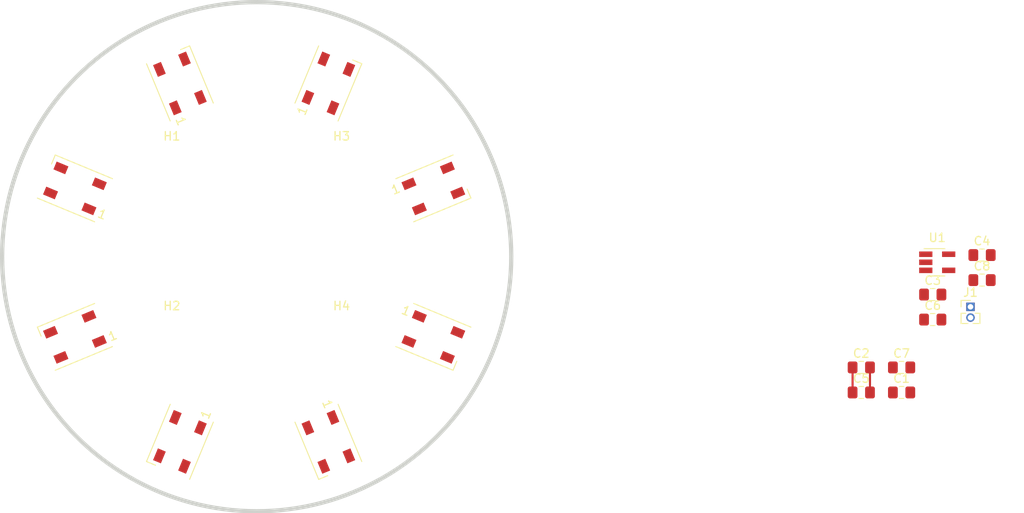
<source format=kicad_pcb>
(kicad_pcb (version 20171130) (host pcbnew 5.1.5-52549c5~84~ubuntu18.04.1)

  (general
    (thickness 1.6)
    (drawings 2)
    (tracks 3)
    (zones 0)
    (modules 22)
    (nets 13)
  )

  (page User 139.7 215.9)
  (layers
    (0 F.Cu signal)
    (31 B.Cu signal)
    (32 B.Adhes user)
    (33 F.Adhes user)
    (34 B.Paste user)
    (35 F.Paste user)
    (36 B.SilkS user)
    (37 F.SilkS user)
    (38 B.Mask user)
    (39 F.Mask user)
    (40 Dwgs.User user)
    (41 Cmts.User user)
    (42 Eco1.User user)
    (43 Eco2.User user)
    (44 Edge.Cuts user)
    (45 Margin user)
    (46 B.CrtYd user)
    (47 F.CrtYd user)
    (48 B.Fab user)
    (49 F.Fab user)
  )

  (setup
    (last_trace_width 0.25)
    (trace_clearance 0.2)
    (zone_clearance 0.508)
    (zone_45_only no)
    (trace_min 0.2)
    (via_size 0.8)
    (via_drill 0.4)
    (via_min_size 0.4)
    (via_min_drill 0.3)
    (uvia_size 0.3)
    (uvia_drill 0.1)
    (uvias_allowed no)
    (uvia_min_size 0.2)
    (uvia_min_drill 0.1)
    (edge_width 0.05)
    (segment_width 0.2)
    (pcb_text_width 0.3)
    (pcb_text_size 1.5 1.5)
    (mod_edge_width 0.12)
    (mod_text_size 1 1)
    (mod_text_width 0.15)
    (pad_size 1.524 1.524)
    (pad_drill 0.762)
    (pad_to_mask_clearance 0.051)
    (solder_mask_min_width 0.25)
    (aux_axis_origin 0 0)
    (visible_elements FFFFFF7F)
    (pcbplotparams
      (layerselection 0x010fc_ffffffff)
      (usegerberextensions false)
      (usegerberattributes false)
      (usegerberadvancedattributes false)
      (creategerberjobfile false)
      (excludeedgelayer true)
      (linewidth 0.100000)
      (plotframeref false)
      (viasonmask false)
      (mode 1)
      (useauxorigin false)
      (hpglpennumber 1)
      (hpglpenspeed 20)
      (hpglpendiameter 15.000000)
      (psnegative false)
      (psa4output false)
      (plotreference true)
      (plotvalue true)
      (plotinvisibletext false)
      (padsonsilk false)
      (subtractmaskfromsilk false)
      (outputformat 1)
      (mirror false)
      (drillshape 1)
      (scaleselection 1)
      (outputdirectory ""))
  )

  (net 0 "")
  (net 1 +5V)
  (net 2 GND)
  (net 3 "Net-(D1-Pad2)")
  (net 4 "Net-(D1-Pad4)")
  (net 5 "Net-(D2-Pad2)")
  (net 6 "Net-(D3-Pad2)")
  (net 7 "Net-(D4-Pad2)")
  (net 8 "Net-(D5-Pad2)")
  (net 9 "Net-(D6-Pad2)")
  (net 10 "Net-(D7-Pad2)")
  (net 11 "Net-(D8-Pad2)")
  (net 12 /ws2812.sch/WS2812_IN)

  (net_class Default "This is the default net class."
    (clearance 0.2)
    (trace_width 0.25)
    (via_dia 0.8)
    (via_drill 0.4)
    (uvia_dia 0.3)
    (uvia_drill 0.1)
    (add_net +5V)
    (add_net /ws2812.sch/WS2812_IN)
    (add_net GND)
    (add_net "Net-(D1-Pad2)")
    (add_net "Net-(D1-Pad4)")
    (add_net "Net-(D2-Pad2)")
    (add_net "Net-(D3-Pad2)")
    (add_net "Net-(D4-Pad2)")
    (add_net "Net-(D5-Pad2)")
    (add_net "Net-(D6-Pad2)")
    (add_net "Net-(D7-Pad2)")
    (add_net "Net-(D8-Pad2)")
  )

  (module Package_TO_SOT_SMD:SOT-23-5_HandSoldering (layer F.Cu) (tedit 5A0AB76C) (tstamp 5E1129CF)
    (at 150.2 60.66)
    (descr "5-pin SOT23 package")
    (tags "SOT-23-5 hand-soldering")
    (path /5E117B87/5CFAEDA6)
    (attr smd)
    (fp_text reference U1 (at 0 -2.9) (layer F.SilkS)
      (effects (font (size 1 1) (thickness 0.15)))
    )
    (fp_text value 74AHCT1G125 (at 0 2.9) (layer F.Fab)
      (effects (font (size 1 1) (thickness 0.15)))
    )
    (fp_line (start 2.38 1.8) (end -2.38 1.8) (layer F.CrtYd) (width 0.05))
    (fp_line (start 2.38 1.8) (end 2.38 -1.8) (layer F.CrtYd) (width 0.05))
    (fp_line (start -2.38 -1.8) (end -2.38 1.8) (layer F.CrtYd) (width 0.05))
    (fp_line (start -2.38 -1.8) (end 2.38 -1.8) (layer F.CrtYd) (width 0.05))
    (fp_line (start 0.9 -1.55) (end 0.9 1.55) (layer F.Fab) (width 0.1))
    (fp_line (start 0.9 1.55) (end -0.9 1.55) (layer F.Fab) (width 0.1))
    (fp_line (start -0.9 -0.9) (end -0.9 1.55) (layer F.Fab) (width 0.1))
    (fp_line (start 0.9 -1.55) (end -0.25 -1.55) (layer F.Fab) (width 0.1))
    (fp_line (start -0.9 -0.9) (end -0.25 -1.55) (layer F.Fab) (width 0.1))
    (fp_line (start 0.9 -1.61) (end -1.55 -1.61) (layer F.SilkS) (width 0.12))
    (fp_line (start -0.9 1.61) (end 0.9 1.61) (layer F.SilkS) (width 0.12))
    (fp_text user %R (at 0 0 90) (layer F.Fab)
      (effects (font (size 0.5 0.5) (thickness 0.075)))
    )
    (pad 5 smd rect (at 1.35 -0.95) (size 1.56 0.65) (layers F.Cu F.Paste F.Mask)
      (net 1 +5V))
    (pad 4 smd rect (at 1.35 0.95) (size 1.56 0.65) (layers F.Cu F.Paste F.Mask)
      (net 4 "Net-(D1-Pad4)"))
    (pad 3 smd rect (at -1.35 0.95) (size 1.56 0.65) (layers F.Cu F.Paste F.Mask)
      (net 2 GND))
    (pad 2 smd rect (at -1.35 0) (size 1.56 0.65) (layers F.Cu F.Paste F.Mask)
      (net 12 /ws2812.sch/WS2812_IN))
    (pad 1 smd rect (at -1.35 -0.95) (size 1.56 0.65) (layers F.Cu F.Paste F.Mask)
      (net 2 GND))
    (model ${KISYS3DMOD}/Package_TO_SOT_SMD.3dshapes/SOT-23-5.wrl
      (at (xyz 0 0 0))
      (scale (xyz 1 1 1))
      (rotate (xyz 0 0 0))
    )
  )

  (module Connector_PinHeader_1.27mm:PinHeader_1x02_P1.27mm_Vertical (layer F.Cu) (tedit 59FED6E3) (tstamp 5E1129BA)
    (at 154.12 65.91)
    (descr "Through hole straight pin header, 1x02, 1.27mm pitch, single row")
    (tags "Through hole pin header THT 1x02 1.27mm single row")
    (path /5E117B87/5CF256DE)
    (fp_text reference J1 (at 0 -1.695) (layer F.SilkS)
      (effects (font (size 1 1) (thickness 0.15)))
    )
    (fp_text value WS2812_HEADER (at 0 2.965) (layer F.Fab)
      (effects (font (size 1 1) (thickness 0.15)))
    )
    (fp_text user %R (at 0 0.635 90) (layer F.Fab)
      (effects (font (size 1 1) (thickness 0.15)))
    )
    (fp_line (start 1.55 -1.15) (end -1.55 -1.15) (layer F.CrtYd) (width 0.05))
    (fp_line (start 1.55 2.45) (end 1.55 -1.15) (layer F.CrtYd) (width 0.05))
    (fp_line (start -1.55 2.45) (end 1.55 2.45) (layer F.CrtYd) (width 0.05))
    (fp_line (start -1.55 -1.15) (end -1.55 2.45) (layer F.CrtYd) (width 0.05))
    (fp_line (start -1.11 -0.76) (end 0 -0.76) (layer F.SilkS) (width 0.12))
    (fp_line (start -1.11 0) (end -1.11 -0.76) (layer F.SilkS) (width 0.12))
    (fp_line (start 0.563471 0.76) (end 1.11 0.76) (layer F.SilkS) (width 0.12))
    (fp_line (start -1.11 0.76) (end -0.563471 0.76) (layer F.SilkS) (width 0.12))
    (fp_line (start 1.11 0.76) (end 1.11 1.965) (layer F.SilkS) (width 0.12))
    (fp_line (start -1.11 0.76) (end -1.11 1.965) (layer F.SilkS) (width 0.12))
    (fp_line (start 0.30753 1.965) (end 1.11 1.965) (layer F.SilkS) (width 0.12))
    (fp_line (start -1.11 1.965) (end -0.30753 1.965) (layer F.SilkS) (width 0.12))
    (fp_line (start -1.05 -0.11) (end -0.525 -0.635) (layer F.Fab) (width 0.1))
    (fp_line (start -1.05 1.905) (end -1.05 -0.11) (layer F.Fab) (width 0.1))
    (fp_line (start 1.05 1.905) (end -1.05 1.905) (layer F.Fab) (width 0.1))
    (fp_line (start 1.05 -0.635) (end 1.05 1.905) (layer F.Fab) (width 0.1))
    (fp_line (start -0.525 -0.635) (end 1.05 -0.635) (layer F.Fab) (width 0.1))
    (pad 2 thru_hole oval (at 0 1.27) (size 1 1) (drill 0.65) (layers *.Cu *.Mask)
      (net 12 /ws2812.sch/WS2812_IN))
    (pad 1 thru_hole rect (at 0 0) (size 1 1) (drill 0.65) (layers *.Cu *.Mask)
      (net 2 GND))
    (model ${KISYS3DMOD}/Connector_PinHeader_1.27mm.3dshapes/PinHeader_1x02_P1.27mm_Vertical.wrl
      (at (xyz 0 0 0))
      (scale (xyz 1 1 1))
      (rotate (xyz 0 0 0))
    )
  )

  (module LED_SMD:LED_WS2812B_PLCC4_5.0x5.0mm_P3.2mm (layer F.Cu) (tedit 5AA4B285) (tstamp 5E10C96F)
    (at 90.819886 51.951856 22.5)
    (descr https://cdn-shop.adafruit.com/datasheets/WS2812B.pdf)
    (tags "LED RGB NeoPixel")
    (path /5E117B87/5E10DD53)
    (attr smd)
    (fp_text reference D8 (at 0 -3.5 22.5) (layer F.SilkS) hide
      (effects (font (size 1 1) (thickness 0.15)))
    )
    (fp_text value WS2812B (at 0 4 22.5) (layer F.Fab)
      (effects (font (size 1 1) (thickness 0.15)))
    )
    (fp_circle (center 0 0) (end 0 -2) (layer F.Fab) (width 0.1))
    (fp_line (start 3.65 2.75) (end 3.65 1.6) (layer F.SilkS) (width 0.12))
    (fp_line (start -3.65 2.75) (end 3.65 2.75) (layer F.SilkS) (width 0.12))
    (fp_line (start -3.65 -2.75) (end 3.65 -2.75) (layer F.SilkS) (width 0.12))
    (fp_line (start 2.5 -2.5) (end -2.5 -2.5) (layer F.Fab) (width 0.1))
    (fp_line (start 2.5 2.5) (end 2.5 -2.5) (layer F.Fab) (width 0.1))
    (fp_line (start -2.5 2.5) (end 2.5 2.5) (layer F.Fab) (width 0.1))
    (fp_line (start -2.5 -2.5) (end -2.5 2.5) (layer F.Fab) (width 0.1))
    (fp_line (start 2.5 1.5) (end 1.5 2.5) (layer F.Fab) (width 0.1))
    (fp_line (start -3.45 -2.75) (end -3.45 2.75) (layer F.CrtYd) (width 0.05))
    (fp_line (start -3.45 2.75) (end 3.45 2.75) (layer F.CrtYd) (width 0.05))
    (fp_line (start 3.45 2.75) (end 3.45 -2.75) (layer F.CrtYd) (width 0.05))
    (fp_line (start 3.45 -2.75) (end -3.45 -2.75) (layer F.CrtYd) (width 0.05))
    (fp_text user %R (at 0 0 22.5) (layer F.Fab)
      (effects (font (size 0.8 0.8) (thickness 0.15)))
    )
    (fp_text user 1 (at -4.15 -1.6 22.5) (layer F.SilkS)
      (effects (font (size 1 1) (thickness 0.15)))
    )
    (pad 1 smd rect (at -2.45 -1.6 22.5) (size 1.5 1) (layers F.Cu F.Paste F.Mask)
      (net 1 +5V))
    (pad 2 smd rect (at -2.45 1.6 22.5) (size 1.5 1) (layers F.Cu F.Paste F.Mask)
      (net 11 "Net-(D8-Pad2)"))
    (pad 4 smd rect (at 2.45 -1.6 22.5) (size 1.5 1) (layers F.Cu F.Paste F.Mask)
      (net 10 "Net-(D7-Pad2)"))
    (pad 3 smd rect (at 2.45 1.6 22.5) (size 1.5 1) (layers F.Cu F.Paste F.Mask)
      (net 2 GND))
    (model ${KISYS3DMOD}/LED_SMD.3dshapes/LED_WS2812B_PLCC4_5.0x5.0mm_P3.2mm.wrl
      (at (xyz 0 0 0))
      (scale (xyz 1 1 1))
      (rotate (xyz 0 0 0))
    )
  )

  (module LED_SMD:LED_WS2812B_PLCC4_5.0x5.0mm_P3.2mm (layer F.Cu) (tedit 5AA4B285) (tstamp 5E10C92D)
    (at 78.448143 39.580114 67.5)
    (descr https://cdn-shop.adafruit.com/datasheets/WS2812B.pdf)
    (tags "LED RGB NeoPixel")
    (path /5E117B87/5E10DD49)
    (attr smd)
    (fp_text reference D7 (at 0 -3.5 67.5) (layer F.SilkS) hide
      (effects (font (size 1 1) (thickness 0.15)))
    )
    (fp_text value WS2812B (at 0 4 67.5) (layer F.Fab)
      (effects (font (size 1 1) (thickness 0.15)))
    )
    (fp_circle (center 0 0) (end 0 -2) (layer F.Fab) (width 0.1))
    (fp_line (start 3.65 2.75) (end 3.65 1.6) (layer F.SilkS) (width 0.12))
    (fp_line (start -3.65 2.75) (end 3.65 2.75) (layer F.SilkS) (width 0.12))
    (fp_line (start -3.65 -2.75) (end 3.65 -2.75) (layer F.SilkS) (width 0.12))
    (fp_line (start 2.5 -2.5) (end -2.5 -2.5) (layer F.Fab) (width 0.1))
    (fp_line (start 2.5 2.5) (end 2.5 -2.5) (layer F.Fab) (width 0.1))
    (fp_line (start -2.5 2.5) (end 2.5 2.5) (layer F.Fab) (width 0.1))
    (fp_line (start -2.5 -2.5) (end -2.5 2.5) (layer F.Fab) (width 0.1))
    (fp_line (start 2.5 1.5) (end 1.5 2.5) (layer F.Fab) (width 0.1))
    (fp_line (start -3.45 -2.75) (end -3.45 2.75) (layer F.CrtYd) (width 0.05))
    (fp_line (start -3.45 2.75) (end 3.45 2.75) (layer F.CrtYd) (width 0.05))
    (fp_line (start 3.45 2.75) (end 3.45 -2.75) (layer F.CrtYd) (width 0.05))
    (fp_line (start 3.45 -2.75) (end -3.45 -2.75) (layer F.CrtYd) (width 0.05))
    (fp_text user %R (at 0 0 67.5) (layer F.Fab)
      (effects (font (size 0.8 0.8) (thickness 0.15)))
    )
    (fp_text user 1 (at -4.15 -1.6 67.5) (layer F.SilkS)
      (effects (font (size 1 1) (thickness 0.15)))
    )
    (pad 1 smd rect (at -2.45 -1.6 67.5) (size 1.5 1) (layers F.Cu F.Paste F.Mask)
      (net 1 +5V))
    (pad 2 smd rect (at -2.45 1.6 67.5) (size 1.5 1) (layers F.Cu F.Paste F.Mask)
      (net 10 "Net-(D7-Pad2)"))
    (pad 4 smd rect (at 2.45 -1.6 67.5) (size 1.5 1) (layers F.Cu F.Paste F.Mask)
      (net 9 "Net-(D6-Pad2)"))
    (pad 3 smd rect (at 2.45 1.6 67.5) (size 1.5 1) (layers F.Cu F.Paste F.Mask)
      (net 2 GND))
    (model ${KISYS3DMOD}/LED_SMD.3dshapes/LED_WS2812B_PLCC4_5.0x5.0mm_P3.2mm.wrl
      (at (xyz 0 0 0))
      (scale (xyz 1 1 1))
      (rotate (xyz 0 0 0))
    )
  )

  (module LED_SMD:LED_WS2812B_PLCC4_5.0x5.0mm_P3.2mm (layer F.Cu) (tedit 5AA4B285) (tstamp 5E10C9F3)
    (at 60.951856 39.580114 112.5)
    (descr https://cdn-shop.adafruit.com/datasheets/WS2812B.pdf)
    (tags "LED RGB NeoPixel")
    (path /5E117B87/5E10DD3F)
    (attr smd)
    (fp_text reference D6 (at 0 -3.5 112.5) (layer F.SilkS) hide
      (effects (font (size 1 1) (thickness 0.15)))
    )
    (fp_text value WS2812B (at 0 4 112.5) (layer F.Fab)
      (effects (font (size 1 1) (thickness 0.15)))
    )
    (fp_circle (center 0 0) (end 0 -2) (layer F.Fab) (width 0.1))
    (fp_line (start 3.65 2.75) (end 3.65 1.6) (layer F.SilkS) (width 0.12))
    (fp_line (start -3.65 2.75) (end 3.65 2.75) (layer F.SilkS) (width 0.12))
    (fp_line (start -3.65 -2.75) (end 3.65 -2.75) (layer F.SilkS) (width 0.12))
    (fp_line (start 2.5 -2.5) (end -2.5 -2.5) (layer F.Fab) (width 0.1))
    (fp_line (start 2.5 2.5) (end 2.5 -2.5) (layer F.Fab) (width 0.1))
    (fp_line (start -2.5 2.5) (end 2.5 2.5) (layer F.Fab) (width 0.1))
    (fp_line (start -2.5 -2.5) (end -2.5 2.5) (layer F.Fab) (width 0.1))
    (fp_line (start 2.5 1.5) (end 1.5 2.5) (layer F.Fab) (width 0.1))
    (fp_line (start -3.45 -2.75) (end -3.45 2.75) (layer F.CrtYd) (width 0.05))
    (fp_line (start -3.45 2.75) (end 3.45 2.75) (layer F.CrtYd) (width 0.05))
    (fp_line (start 3.45 2.75) (end 3.45 -2.75) (layer F.CrtYd) (width 0.05))
    (fp_line (start 3.45 -2.75) (end -3.45 -2.75) (layer F.CrtYd) (width 0.05))
    (fp_text user %R (at 0 0 112.5) (layer F.Fab)
      (effects (font (size 0.8 0.8) (thickness 0.15)))
    )
    (fp_text user 1 (at -4.15 -1.6 112.5) (layer F.SilkS)
      (effects (font (size 1 1) (thickness 0.15)))
    )
    (pad 1 smd rect (at -2.45 -1.6 112.5) (size 1.5 1) (layers F.Cu F.Paste F.Mask)
      (net 1 +5V))
    (pad 2 smd rect (at -2.45 1.6 112.5) (size 1.5 1) (layers F.Cu F.Paste F.Mask)
      (net 9 "Net-(D6-Pad2)"))
    (pad 4 smd rect (at 2.45 -1.6 112.5) (size 1.5 1) (layers F.Cu F.Paste F.Mask)
      (net 8 "Net-(D5-Pad2)"))
    (pad 3 smd rect (at 2.45 1.6 112.5) (size 1.5 1) (layers F.Cu F.Paste F.Mask)
      (net 2 GND))
    (model ${KISYS3DMOD}/LED_SMD.3dshapes/LED_WS2812B_PLCC4_5.0x5.0mm_P3.2mm.wrl
      (at (xyz 0 0 0))
      (scale (xyz 1 1 1))
      (rotate (xyz 0 0 0))
    )
  )

  (module LED_SMD:LED_WS2812B_PLCC4_5.0x5.0mm_P3.2mm (layer F.Cu) (tedit 5AA4B285) (tstamp 5E10C9B1)
    (at 48.580114 51.951856 157.5)
    (descr https://cdn-shop.adafruit.com/datasheets/WS2812B.pdf)
    (tags "LED RGB NeoPixel")
    (path /5E117B87/5CF3D5CB)
    (attr smd)
    (fp_text reference D5 (at 0 -3.5 157.5) (layer F.SilkS) hide
      (effects (font (size 1 1) (thickness 0.15)))
    )
    (fp_text value WS2812B (at 0 4 157.5) (layer F.Fab)
      (effects (font (size 1 1) (thickness 0.15)))
    )
    (fp_circle (center 0 0) (end 0 -2) (layer F.Fab) (width 0.1))
    (fp_line (start 3.65 2.75) (end 3.65 1.6) (layer F.SilkS) (width 0.12))
    (fp_line (start -3.65 2.75) (end 3.65 2.75) (layer F.SilkS) (width 0.12))
    (fp_line (start -3.65 -2.75) (end 3.65 -2.75) (layer F.SilkS) (width 0.12))
    (fp_line (start 2.5 -2.5) (end -2.5 -2.5) (layer F.Fab) (width 0.1))
    (fp_line (start 2.5 2.5) (end 2.5 -2.5) (layer F.Fab) (width 0.1))
    (fp_line (start -2.5 2.5) (end 2.5 2.5) (layer F.Fab) (width 0.1))
    (fp_line (start -2.5 -2.5) (end -2.5 2.5) (layer F.Fab) (width 0.1))
    (fp_line (start 2.5 1.5) (end 1.5 2.5) (layer F.Fab) (width 0.1))
    (fp_line (start -3.45 -2.75) (end -3.45 2.75) (layer F.CrtYd) (width 0.05))
    (fp_line (start -3.45 2.75) (end 3.45 2.75) (layer F.CrtYd) (width 0.05))
    (fp_line (start 3.45 2.75) (end 3.45 -2.75) (layer F.CrtYd) (width 0.05))
    (fp_line (start 3.45 -2.75) (end -3.45 -2.75) (layer F.CrtYd) (width 0.05))
    (fp_text user %R (at 0 0 157.5) (layer F.Fab)
      (effects (font (size 0.8 0.8) (thickness 0.15)))
    )
    (fp_text user 1 (at -4.15 -1.6 157.5) (layer F.SilkS)
      (effects (font (size 1 1) (thickness 0.15)))
    )
    (pad 1 smd rect (at -2.45 -1.6 157.5) (size 1.5 1) (layers F.Cu F.Paste F.Mask)
      (net 1 +5V))
    (pad 2 smd rect (at -2.45 1.6 157.5) (size 1.5 1) (layers F.Cu F.Paste F.Mask)
      (net 8 "Net-(D5-Pad2)"))
    (pad 4 smd rect (at 2.45 -1.6 157.5) (size 1.5 1) (layers F.Cu F.Paste F.Mask)
      (net 7 "Net-(D4-Pad2)"))
    (pad 3 smd rect (at 2.45 1.6 157.5) (size 1.5 1) (layers F.Cu F.Paste F.Mask)
      (net 2 GND))
    (model ${KISYS3DMOD}/LED_SMD.3dshapes/LED_WS2812B_PLCC4_5.0x5.0mm_P3.2mm.wrl
      (at (xyz 0 0 0))
      (scale (xyz 1 1 1))
      (rotate (xyz 0 0 0))
    )
  )

  (module LED_SMD:LED_WS2812B_PLCC4_5.0x5.0mm_P3.2mm (layer F.Cu) (tedit 5AA4B285) (tstamp 5E10C8EB)
    (at 48.580114 69.448143 202.5)
    (descr https://cdn-shop.adafruit.com/datasheets/WS2812B.pdf)
    (tags "LED RGB NeoPixel")
    (path /5E117B87/5CF3D050)
    (attr smd)
    (fp_text reference D4 (at 0 -3.5 202.5) (layer F.SilkS) hide
      (effects (font (size 1 1) (thickness 0.15)))
    )
    (fp_text value WS2812B (at 0 4 202.5) (layer F.Fab)
      (effects (font (size 1 1) (thickness 0.15)))
    )
    (fp_circle (center 0 0) (end 0 -2) (layer F.Fab) (width 0.1))
    (fp_line (start 3.65 2.75) (end 3.65 1.6) (layer F.SilkS) (width 0.12))
    (fp_line (start -3.65 2.75) (end 3.65 2.75) (layer F.SilkS) (width 0.12))
    (fp_line (start -3.65 -2.75) (end 3.65 -2.75) (layer F.SilkS) (width 0.12))
    (fp_line (start 2.5 -2.5) (end -2.5 -2.5) (layer F.Fab) (width 0.1))
    (fp_line (start 2.5 2.5) (end 2.5 -2.5) (layer F.Fab) (width 0.1))
    (fp_line (start -2.5 2.5) (end 2.5 2.5) (layer F.Fab) (width 0.1))
    (fp_line (start -2.5 -2.5) (end -2.5 2.5) (layer F.Fab) (width 0.1))
    (fp_line (start 2.5 1.5) (end 1.5 2.5) (layer F.Fab) (width 0.1))
    (fp_line (start -3.45 -2.75) (end -3.45 2.75) (layer F.CrtYd) (width 0.05))
    (fp_line (start -3.45 2.75) (end 3.45 2.75) (layer F.CrtYd) (width 0.05))
    (fp_line (start 3.45 2.75) (end 3.45 -2.75) (layer F.CrtYd) (width 0.05))
    (fp_line (start 3.45 -2.75) (end -3.45 -2.75) (layer F.CrtYd) (width 0.05))
    (fp_text user %R (at 0 0 202.5) (layer F.Fab)
      (effects (font (size 0.8 0.8) (thickness 0.15)))
    )
    (fp_text user 1 (at -4.15 -1.6 202.5) (layer F.SilkS)
      (effects (font (size 1 1) (thickness 0.15)))
    )
    (pad 1 smd rect (at -2.45 -1.6 202.5) (size 1.5 1) (layers F.Cu F.Paste F.Mask)
      (net 1 +5V))
    (pad 2 smd rect (at -2.45 1.6 202.5) (size 1.5 1) (layers F.Cu F.Paste F.Mask)
      (net 7 "Net-(D4-Pad2)"))
    (pad 4 smd rect (at 2.45 -1.6 202.5) (size 1.5 1) (layers F.Cu F.Paste F.Mask)
      (net 6 "Net-(D3-Pad2)"))
    (pad 3 smd rect (at 2.45 1.6 202.5) (size 1.5 1) (layers F.Cu F.Paste F.Mask)
      (net 2 GND))
    (model ${KISYS3DMOD}/LED_SMD.3dshapes/LED_WS2812B_PLCC4_5.0x5.0mm_P3.2mm.wrl
      (at (xyz 0 0 0))
      (scale (xyz 1 1 1))
      (rotate (xyz 0 0 0))
    )
  )

  (module LED_SMD:LED_WS2812B_PLCC4_5.0x5.0mm_P3.2mm (layer F.Cu) (tedit 5AA4B285) (tstamp 5E10CAB9)
    (at 60.951856 81.819886 247.5)
    (descr https://cdn-shop.adafruit.com/datasheets/WS2812B.pdf)
    (tags "LED RGB NeoPixel")
    (path /5E117B87/5CF3CB01)
    (attr smd)
    (fp_text reference D3 (at 0 -3.5 247.5) (layer F.SilkS) hide
      (effects (font (size 1 1) (thickness 0.15)))
    )
    (fp_text value WS2812B (at 0 4 247.5) (layer F.Fab)
      (effects (font (size 1 1) (thickness 0.15)))
    )
    (fp_circle (center 0 0) (end 0 -2) (layer F.Fab) (width 0.1))
    (fp_line (start 3.65 2.75) (end 3.65 1.6) (layer F.SilkS) (width 0.12))
    (fp_line (start -3.65 2.75) (end 3.65 2.75) (layer F.SilkS) (width 0.12))
    (fp_line (start -3.65 -2.75) (end 3.65 -2.75) (layer F.SilkS) (width 0.12))
    (fp_line (start 2.5 -2.5) (end -2.5 -2.5) (layer F.Fab) (width 0.1))
    (fp_line (start 2.5 2.5) (end 2.5 -2.5) (layer F.Fab) (width 0.1))
    (fp_line (start -2.5 2.5) (end 2.5 2.5) (layer F.Fab) (width 0.1))
    (fp_line (start -2.5 -2.5) (end -2.5 2.5) (layer F.Fab) (width 0.1))
    (fp_line (start 2.5 1.5) (end 1.5 2.5) (layer F.Fab) (width 0.1))
    (fp_line (start -3.45 -2.75) (end -3.45 2.75) (layer F.CrtYd) (width 0.05))
    (fp_line (start -3.45 2.75) (end 3.45 2.75) (layer F.CrtYd) (width 0.05))
    (fp_line (start 3.45 2.75) (end 3.45 -2.75) (layer F.CrtYd) (width 0.05))
    (fp_line (start 3.45 -2.75) (end -3.45 -2.75) (layer F.CrtYd) (width 0.05))
    (fp_text user %R (at 0 0 247.5) (layer F.Fab)
      (effects (font (size 0.8 0.8) (thickness 0.15)))
    )
    (fp_text user 1 (at -4.15 -1.6 247.5) (layer F.SilkS)
      (effects (font (size 1 1) (thickness 0.15)))
    )
    (pad 1 smd rect (at -2.45 -1.6 247.5) (size 1.5 1) (layers F.Cu F.Paste F.Mask)
      (net 1 +5V))
    (pad 2 smd rect (at -2.45 1.6 247.5) (size 1.5 1) (layers F.Cu F.Paste F.Mask)
      (net 6 "Net-(D3-Pad2)"))
    (pad 4 smd rect (at 2.45 -1.6 247.5) (size 1.5 1) (layers F.Cu F.Paste F.Mask)
      (net 5 "Net-(D2-Pad2)"))
    (pad 3 smd rect (at 2.45 1.6 247.5) (size 1.5 1) (layers F.Cu F.Paste F.Mask)
      (net 2 GND))
    (model ${KISYS3DMOD}/LED_SMD.3dshapes/LED_WS2812B_PLCC4_5.0x5.0mm_P3.2mm.wrl
      (at (xyz 0 0 0))
      (scale (xyz 1 1 1))
      (rotate (xyz 0 0 0))
    )
  )

  (module LED_SMD:LED_WS2812B_PLCC4_5.0x5.0mm_P3.2mm (layer F.Cu) (tedit 5AA4B285) (tstamp 5E10CA35)
    (at 78.448143 81.819886 292.5)
    (descr https://cdn-shop.adafruit.com/datasheets/WS2812B.pdf)
    (tags "LED RGB NeoPixel")
    (path /5E117B87/5CF3C1DB)
    (attr smd)
    (fp_text reference D2 (at 0 -3.5 292.5) (layer F.SilkS) hide
      (effects (font (size 1 1) (thickness 0.15)))
    )
    (fp_text value WS2812B (at 0 4 292.5) (layer F.Fab)
      (effects (font (size 1 1) (thickness 0.15)))
    )
    (fp_circle (center 0 0) (end 0 -2) (layer F.Fab) (width 0.1))
    (fp_line (start 3.65 2.75) (end 3.65 1.6) (layer F.SilkS) (width 0.12))
    (fp_line (start -3.65 2.75) (end 3.65 2.75) (layer F.SilkS) (width 0.12))
    (fp_line (start -3.65 -2.75) (end 3.65 -2.75) (layer F.SilkS) (width 0.12))
    (fp_line (start 2.5 -2.5) (end -2.5 -2.5) (layer F.Fab) (width 0.1))
    (fp_line (start 2.5 2.5) (end 2.5 -2.5) (layer F.Fab) (width 0.1))
    (fp_line (start -2.5 2.5) (end 2.5 2.5) (layer F.Fab) (width 0.1))
    (fp_line (start -2.5 -2.5) (end -2.5 2.5) (layer F.Fab) (width 0.1))
    (fp_line (start 2.5 1.5) (end 1.5 2.5) (layer F.Fab) (width 0.1))
    (fp_line (start -3.45 -2.75) (end -3.45 2.75) (layer F.CrtYd) (width 0.05))
    (fp_line (start -3.45 2.75) (end 3.45 2.75) (layer F.CrtYd) (width 0.05))
    (fp_line (start 3.45 2.75) (end 3.45 -2.75) (layer F.CrtYd) (width 0.05))
    (fp_line (start 3.45 -2.75) (end -3.45 -2.75) (layer F.CrtYd) (width 0.05))
    (fp_text user %R (at 0 0 292.5) (layer F.Fab)
      (effects (font (size 0.8 0.8) (thickness 0.15)))
    )
    (fp_text user 1 (at -4.15 -1.6 292.5) (layer F.SilkS)
      (effects (font (size 1 1) (thickness 0.15)))
    )
    (pad 1 smd rect (at -2.45 -1.6 292.5) (size 1.5 1) (layers F.Cu F.Paste F.Mask)
      (net 1 +5V))
    (pad 2 smd rect (at -2.45 1.6 292.5) (size 1.5 1) (layers F.Cu F.Paste F.Mask)
      (net 5 "Net-(D2-Pad2)"))
    (pad 4 smd rect (at 2.45 -1.6 292.5) (size 1.5 1) (layers F.Cu F.Paste F.Mask)
      (net 3 "Net-(D1-Pad2)"))
    (pad 3 smd rect (at 2.45 1.6 292.5) (size 1.5 1) (layers F.Cu F.Paste F.Mask)
      (net 2 GND))
    (model ${KISYS3DMOD}/LED_SMD.3dshapes/LED_WS2812B_PLCC4_5.0x5.0mm_P3.2mm.wrl
      (at (xyz 0 0 0))
      (scale (xyz 1 1 1))
      (rotate (xyz 0 0 0))
    )
  )

  (module LED_SMD:LED_WS2812B_PLCC4_5.0x5.0mm_P3.2mm (layer F.Cu) (tedit 5AA4B285) (tstamp 5E10CA77)
    (at 90.819886 69.448143 337.5)
    (descr https://cdn-shop.adafruit.com/datasheets/WS2812B.pdf)
    (tags "LED RGB NeoPixel")
    (path /5E117B87/5CF3B1DC)
    (attr smd)
    (fp_text reference D1 (at 0 -3.5 337.5) (layer F.SilkS) hide
      (effects (font (size 1 1) (thickness 0.15)))
    )
    (fp_text value WS2812B (at 0 4 337.5) (layer F.Fab)
      (effects (font (size 1 1) (thickness 0.15)))
    )
    (fp_circle (center 0 0) (end 0 -2) (layer F.Fab) (width 0.1))
    (fp_line (start 3.65 2.75) (end 3.65 1.6) (layer F.SilkS) (width 0.12))
    (fp_line (start -3.65 2.75) (end 3.65 2.75) (layer F.SilkS) (width 0.12))
    (fp_line (start -3.65 -2.75) (end 3.65 -2.75) (layer F.SilkS) (width 0.12))
    (fp_line (start 2.5 -2.5) (end -2.5 -2.5) (layer F.Fab) (width 0.1))
    (fp_line (start 2.5 2.5) (end 2.5 -2.5) (layer F.Fab) (width 0.1))
    (fp_line (start -2.5 2.5) (end 2.5 2.5) (layer F.Fab) (width 0.1))
    (fp_line (start -2.5 -2.5) (end -2.5 2.5) (layer F.Fab) (width 0.1))
    (fp_line (start 2.5 1.5) (end 1.5 2.5) (layer F.Fab) (width 0.1))
    (fp_line (start -3.45 -2.75) (end -3.45 2.75) (layer F.CrtYd) (width 0.05))
    (fp_line (start -3.45 2.75) (end 3.45 2.75) (layer F.CrtYd) (width 0.05))
    (fp_line (start 3.45 2.75) (end 3.45 -2.75) (layer F.CrtYd) (width 0.05))
    (fp_line (start 3.45 -2.75) (end -3.45 -2.75) (layer F.CrtYd) (width 0.05))
    (fp_text user %R (at 0 0 337.5) (layer F.Fab)
      (effects (font (size 0.8 0.8) (thickness 0.15)))
    )
    (fp_text user 1 (at -4.15 -1.6 337.5) (layer F.SilkS)
      (effects (font (size 1 1) (thickness 0.15)))
    )
    (pad 1 smd rect (at -2.45 -1.6 337.5) (size 1.5 1) (layers F.Cu F.Paste F.Mask)
      (net 1 +5V))
    (pad 2 smd rect (at -2.45 1.6 337.5) (size 1.5 1) (layers F.Cu F.Paste F.Mask)
      (net 3 "Net-(D1-Pad2)"))
    (pad 4 smd rect (at 2.45 -1.6 337.5) (size 1.5 1) (layers F.Cu F.Paste F.Mask)
      (net 4 "Net-(D1-Pad4)"))
    (pad 3 smd rect (at 2.45 1.6 337.5) (size 1.5 1) (layers F.Cu F.Paste F.Mask)
      (net 2 GND))
    (model ${KISYS3DMOD}/LED_SMD.3dshapes/LED_WS2812B_PLCC4_5.0x5.0mm_P3.2mm.wrl
      (at (xyz 0 0 0))
      (scale (xyz 1 1 1))
      (rotate (xyz 0 0 0))
    )
  )

  (module Capacitor_SMD:C_0805_2012Metric_Pad1.15x1.40mm_HandSolder (layer F.Cu) (tedit 5B36C52B) (tstamp 5E1128B2)
    (at 155.48 62.76)
    (descr "Capacitor SMD 0805 (2012 Metric), square (rectangular) end terminal, IPC_7351 nominal with elongated pad for handsoldering. (Body size source: https://docs.google.com/spreadsheets/d/1BsfQQcO9C6DZCsRaXUlFlo91Tg2WpOkGARC1WS5S8t0/edit?usp=sharing), generated with kicad-footprint-generator")
    (tags "capacitor handsolder")
    (path /5E117B87/5E10DCF8)
    (attr smd)
    (fp_text reference C8 (at 0 -1.65) (layer F.SilkS)
      (effects (font (size 1 1) (thickness 0.15)))
    )
    (fp_text value C106,0805 (at 0 1.65) (layer F.Fab)
      (effects (font (size 1 1) (thickness 0.15)))
    )
    (fp_text user %R (at 0 0) (layer F.Fab)
      (effects (font (size 0.5 0.5) (thickness 0.08)))
    )
    (fp_line (start 1.85 0.95) (end -1.85 0.95) (layer F.CrtYd) (width 0.05))
    (fp_line (start 1.85 -0.95) (end 1.85 0.95) (layer F.CrtYd) (width 0.05))
    (fp_line (start -1.85 -0.95) (end 1.85 -0.95) (layer F.CrtYd) (width 0.05))
    (fp_line (start -1.85 0.95) (end -1.85 -0.95) (layer F.CrtYd) (width 0.05))
    (fp_line (start -0.261252 0.71) (end 0.261252 0.71) (layer F.SilkS) (width 0.12))
    (fp_line (start -0.261252 -0.71) (end 0.261252 -0.71) (layer F.SilkS) (width 0.12))
    (fp_line (start 1 0.6) (end -1 0.6) (layer F.Fab) (width 0.1))
    (fp_line (start 1 -0.6) (end 1 0.6) (layer F.Fab) (width 0.1))
    (fp_line (start -1 -0.6) (end 1 -0.6) (layer F.Fab) (width 0.1))
    (fp_line (start -1 0.6) (end -1 -0.6) (layer F.Fab) (width 0.1))
    (pad 2 smd roundrect (at 1.025 0) (size 1.15 1.4) (layers F.Cu F.Paste F.Mask) (roundrect_rratio 0.217391)
      (net 1 +5V))
    (pad 1 smd roundrect (at -1.025 0) (size 1.15 1.4) (layers F.Cu F.Paste F.Mask) (roundrect_rratio 0.217391)
      (net 2 GND))
    (model ${KISYS3DMOD}/Capacitor_SMD.3dshapes/C_0805_2012Metric.wrl
      (at (xyz 0 0 0))
      (scale (xyz 1 1 1))
      (rotate (xyz 0 0 0))
    )
  )

  (module Capacitor_SMD:C_0805_2012Metric_Pad1.15x1.40mm_HandSolder (layer F.Cu) (tedit 5B36C52B) (tstamp 5E1128A1)
    (at 146 73.05)
    (descr "Capacitor SMD 0805 (2012 Metric), square (rectangular) end terminal, IPC_7351 nominal with elongated pad for handsoldering. (Body size source: https://docs.google.com/spreadsheets/d/1BsfQQcO9C6DZCsRaXUlFlo91Tg2WpOkGARC1WS5S8t0/edit?usp=sharing), generated with kicad-footprint-generator")
    (tags "capacitor handsolder")
    (path /5E117B87/5E10DCD8)
    (attr smd)
    (fp_text reference C7 (at 0 -1.65) (layer F.SilkS)
      (effects (font (size 1 1) (thickness 0.15)))
    )
    (fp_text value C106,0805 (at 0 1.65) (layer F.Fab)
      (effects (font (size 1 1) (thickness 0.15)))
    )
    (fp_text user %R (at 0 0) (layer F.Fab)
      (effects (font (size 0.5 0.5) (thickness 0.08)))
    )
    (fp_line (start 1.85 0.95) (end -1.85 0.95) (layer F.CrtYd) (width 0.05))
    (fp_line (start 1.85 -0.95) (end 1.85 0.95) (layer F.CrtYd) (width 0.05))
    (fp_line (start -1.85 -0.95) (end 1.85 -0.95) (layer F.CrtYd) (width 0.05))
    (fp_line (start -1.85 0.95) (end -1.85 -0.95) (layer F.CrtYd) (width 0.05))
    (fp_line (start -0.261252 0.71) (end 0.261252 0.71) (layer F.SilkS) (width 0.12))
    (fp_line (start -0.261252 -0.71) (end 0.261252 -0.71) (layer F.SilkS) (width 0.12))
    (fp_line (start 1 0.6) (end -1 0.6) (layer F.Fab) (width 0.1))
    (fp_line (start 1 -0.6) (end 1 0.6) (layer F.Fab) (width 0.1))
    (fp_line (start -1 -0.6) (end 1 -0.6) (layer F.Fab) (width 0.1))
    (fp_line (start -1 0.6) (end -1 -0.6) (layer F.Fab) (width 0.1))
    (pad 2 smd roundrect (at 1.025 0) (size 1.15 1.4) (layers F.Cu F.Paste F.Mask) (roundrect_rratio 0.217391)
      (net 1 +5V))
    (pad 1 smd roundrect (at -1.025 0) (size 1.15 1.4) (layers F.Cu F.Paste F.Mask) (roundrect_rratio 0.217391)
      (net 2 GND))
    (model ${KISYS3DMOD}/Capacitor_SMD.3dshapes/C_0805_2012Metric.wrl
      (at (xyz 0 0 0))
      (scale (xyz 1 1 1))
      (rotate (xyz 0 0 0))
    )
  )

  (module Capacitor_SMD:C_0805_2012Metric_Pad1.15x1.40mm_HandSolder (layer F.Cu) (tedit 5B36C52B) (tstamp 5E112890)
    (at 149.67 67.41)
    (descr "Capacitor SMD 0805 (2012 Metric), square (rectangular) end terminal, IPC_7351 nominal with elongated pad for handsoldering. (Body size source: https://docs.google.com/spreadsheets/d/1BsfQQcO9C6DZCsRaXUlFlo91Tg2WpOkGARC1WS5S8t0/edit?usp=sharing), generated with kicad-footprint-generator")
    (tags "capacitor handsolder")
    (path /5E117B87/5E10DCB5)
    (attr smd)
    (fp_text reference C6 (at 0 -1.65) (layer F.SilkS)
      (effects (font (size 1 1) (thickness 0.15)))
    )
    (fp_text value C106,0805 (at 0 1.65) (layer F.Fab)
      (effects (font (size 1 1) (thickness 0.15)))
    )
    (fp_text user %R (at 0 0) (layer F.Fab)
      (effects (font (size 0.5 0.5) (thickness 0.08)))
    )
    (fp_line (start 1.85 0.95) (end -1.85 0.95) (layer F.CrtYd) (width 0.05))
    (fp_line (start 1.85 -0.95) (end 1.85 0.95) (layer F.CrtYd) (width 0.05))
    (fp_line (start -1.85 -0.95) (end 1.85 -0.95) (layer F.CrtYd) (width 0.05))
    (fp_line (start -1.85 0.95) (end -1.85 -0.95) (layer F.CrtYd) (width 0.05))
    (fp_line (start -0.261252 0.71) (end 0.261252 0.71) (layer F.SilkS) (width 0.12))
    (fp_line (start -0.261252 -0.71) (end 0.261252 -0.71) (layer F.SilkS) (width 0.12))
    (fp_line (start 1 0.6) (end -1 0.6) (layer F.Fab) (width 0.1))
    (fp_line (start 1 -0.6) (end 1 0.6) (layer F.Fab) (width 0.1))
    (fp_line (start -1 -0.6) (end 1 -0.6) (layer F.Fab) (width 0.1))
    (fp_line (start -1 0.6) (end -1 -0.6) (layer F.Fab) (width 0.1))
    (pad 2 smd roundrect (at 1.025 0) (size 1.15 1.4) (layers F.Cu F.Paste F.Mask) (roundrect_rratio 0.217391)
      (net 1 +5V))
    (pad 1 smd roundrect (at -1.025 0) (size 1.15 1.4) (layers F.Cu F.Paste F.Mask) (roundrect_rratio 0.217391)
      (net 2 GND))
    (model ${KISYS3DMOD}/Capacitor_SMD.3dshapes/C_0805_2012Metric.wrl
      (at (xyz 0 0 0))
      (scale (xyz 1 1 1))
      (rotate (xyz 0 0 0))
    )
  )

  (module Capacitor_SMD:C_0805_2012Metric_Pad1.15x1.40mm_HandSolder (layer F.Cu) (tedit 5B36C52B) (tstamp 5E11287F)
    (at 141.25 76)
    (descr "Capacitor SMD 0805 (2012 Metric), square (rectangular) end terminal, IPC_7351 nominal with elongated pad for handsoldering. (Body size source: https://docs.google.com/spreadsheets/d/1BsfQQcO9C6DZCsRaXUlFlo91Tg2WpOkGARC1WS5S8t0/edit?usp=sharing), generated with kicad-footprint-generator")
    (tags "capacitor handsolder")
    (path /5E117B87/5CF72840)
    (attr smd)
    (fp_text reference C5 (at 0 -1.65) (layer F.SilkS)
      (effects (font (size 1 1) (thickness 0.15)))
    )
    (fp_text value C106,0805 (at 0 1.65) (layer F.Fab)
      (effects (font (size 1 1) (thickness 0.15)))
    )
    (fp_text user %R (at 0 0) (layer F.Fab)
      (effects (font (size 0.5 0.5) (thickness 0.08)))
    )
    (fp_line (start 1.85 0.95) (end -1.85 0.95) (layer F.CrtYd) (width 0.05))
    (fp_line (start 1.85 -0.95) (end 1.85 0.95) (layer F.CrtYd) (width 0.05))
    (fp_line (start -1.85 -0.95) (end 1.85 -0.95) (layer F.CrtYd) (width 0.05))
    (fp_line (start -1.85 0.95) (end -1.85 -0.95) (layer F.CrtYd) (width 0.05))
    (fp_line (start -0.261252 0.71) (end 0.261252 0.71) (layer F.SilkS) (width 0.12))
    (fp_line (start -0.261252 -0.71) (end 0.261252 -0.71) (layer F.SilkS) (width 0.12))
    (fp_line (start 1 0.6) (end -1 0.6) (layer F.Fab) (width 0.1))
    (fp_line (start 1 -0.6) (end 1 0.6) (layer F.Fab) (width 0.1))
    (fp_line (start -1 -0.6) (end 1 -0.6) (layer F.Fab) (width 0.1))
    (fp_line (start -1 0.6) (end -1 -0.6) (layer F.Fab) (width 0.1))
    (pad 2 smd roundrect (at 1.025 0) (size 1.15 1.4) (layers F.Cu F.Paste F.Mask) (roundrect_rratio 0.217391)
      (net 1 +5V))
    (pad 1 smd roundrect (at -1.025 0) (size 1.15 1.4) (layers F.Cu F.Paste F.Mask) (roundrect_rratio 0.217391)
      (net 2 GND))
    (model ${KISYS3DMOD}/Capacitor_SMD.3dshapes/C_0805_2012Metric.wrl
      (at (xyz 0 0 0))
      (scale (xyz 1 1 1))
      (rotate (xyz 0 0 0))
    )
  )

  (module Capacitor_SMD:C_0805_2012Metric_Pad1.15x1.40mm_HandSolder (layer F.Cu) (tedit 5B36C52B) (tstamp 5E11286E)
    (at 155.48 59.81)
    (descr "Capacitor SMD 0805 (2012 Metric), square (rectangular) end terminal, IPC_7351 nominal with elongated pad for handsoldering. (Body size source: https://docs.google.com/spreadsheets/d/1BsfQQcO9C6DZCsRaXUlFlo91Tg2WpOkGARC1WS5S8t0/edit?usp=sharing), generated with kicad-footprint-generator")
    (tags "capacitor handsolder")
    (path /5E117B87/5CF70FB2)
    (attr smd)
    (fp_text reference C4 (at 0 -1.65) (layer F.SilkS)
      (effects (font (size 1 1) (thickness 0.15)))
    )
    (fp_text value C106,0805 (at 0 1.65) (layer F.Fab)
      (effects (font (size 1 1) (thickness 0.15)))
    )
    (fp_text user %R (at 0 0) (layer F.Fab)
      (effects (font (size 0.5 0.5) (thickness 0.08)))
    )
    (fp_line (start 1.85 0.95) (end -1.85 0.95) (layer F.CrtYd) (width 0.05))
    (fp_line (start 1.85 -0.95) (end 1.85 0.95) (layer F.CrtYd) (width 0.05))
    (fp_line (start -1.85 -0.95) (end 1.85 -0.95) (layer F.CrtYd) (width 0.05))
    (fp_line (start -1.85 0.95) (end -1.85 -0.95) (layer F.CrtYd) (width 0.05))
    (fp_line (start -0.261252 0.71) (end 0.261252 0.71) (layer F.SilkS) (width 0.12))
    (fp_line (start -0.261252 -0.71) (end 0.261252 -0.71) (layer F.SilkS) (width 0.12))
    (fp_line (start 1 0.6) (end -1 0.6) (layer F.Fab) (width 0.1))
    (fp_line (start 1 -0.6) (end 1 0.6) (layer F.Fab) (width 0.1))
    (fp_line (start -1 -0.6) (end 1 -0.6) (layer F.Fab) (width 0.1))
    (fp_line (start -1 0.6) (end -1 -0.6) (layer F.Fab) (width 0.1))
    (pad 2 smd roundrect (at 1.025 0) (size 1.15 1.4) (layers F.Cu F.Paste F.Mask) (roundrect_rratio 0.217391)
      (net 1 +5V))
    (pad 1 smd roundrect (at -1.025 0) (size 1.15 1.4) (layers F.Cu F.Paste F.Mask) (roundrect_rratio 0.217391)
      (net 2 GND))
    (model ${KISYS3DMOD}/Capacitor_SMD.3dshapes/C_0805_2012Metric.wrl
      (at (xyz 0 0 0))
      (scale (xyz 1 1 1))
      (rotate (xyz 0 0 0))
    )
  )

  (module Capacitor_SMD:C_0805_2012Metric_Pad1.15x1.40mm_HandSolder (layer F.Cu) (tedit 5B36C52B) (tstamp 5E11285D)
    (at 149.67 64.46)
    (descr "Capacitor SMD 0805 (2012 Metric), square (rectangular) end terminal, IPC_7351 nominal with elongated pad for handsoldering. (Body size source: https://docs.google.com/spreadsheets/d/1BsfQQcO9C6DZCsRaXUlFlo91Tg2WpOkGARC1WS5S8t0/edit?usp=sharing), generated with kicad-footprint-generator")
    (tags "capacitor handsolder")
    (path /5E117B87/5CF6F5B1)
    (attr smd)
    (fp_text reference C3 (at 0 -1.65) (layer F.SilkS)
      (effects (font (size 1 1) (thickness 0.15)))
    )
    (fp_text value C106,0805 (at 0 1.65) (layer F.Fab)
      (effects (font (size 1 1) (thickness 0.15)))
    )
    (fp_text user %R (at 0 0) (layer F.Fab)
      (effects (font (size 0.5 0.5) (thickness 0.08)))
    )
    (fp_line (start 1.85 0.95) (end -1.85 0.95) (layer F.CrtYd) (width 0.05))
    (fp_line (start 1.85 -0.95) (end 1.85 0.95) (layer F.CrtYd) (width 0.05))
    (fp_line (start -1.85 -0.95) (end 1.85 -0.95) (layer F.CrtYd) (width 0.05))
    (fp_line (start -1.85 0.95) (end -1.85 -0.95) (layer F.CrtYd) (width 0.05))
    (fp_line (start -0.261252 0.71) (end 0.261252 0.71) (layer F.SilkS) (width 0.12))
    (fp_line (start -0.261252 -0.71) (end 0.261252 -0.71) (layer F.SilkS) (width 0.12))
    (fp_line (start 1 0.6) (end -1 0.6) (layer F.Fab) (width 0.1))
    (fp_line (start 1 -0.6) (end 1 0.6) (layer F.Fab) (width 0.1))
    (fp_line (start -1 -0.6) (end 1 -0.6) (layer F.Fab) (width 0.1))
    (fp_line (start -1 0.6) (end -1 -0.6) (layer F.Fab) (width 0.1))
    (pad 2 smd roundrect (at 1.025 0) (size 1.15 1.4) (layers F.Cu F.Paste F.Mask) (roundrect_rratio 0.217391)
      (net 1 +5V))
    (pad 1 smd roundrect (at -1.025 0) (size 1.15 1.4) (layers F.Cu F.Paste F.Mask) (roundrect_rratio 0.217391)
      (net 2 GND))
    (model ${KISYS3DMOD}/Capacitor_SMD.3dshapes/C_0805_2012Metric.wrl
      (at (xyz 0 0 0))
      (scale (xyz 1 1 1))
      (rotate (xyz 0 0 0))
    )
  )

  (module Capacitor_SMD:C_0805_2012Metric_Pad1.15x1.40mm_HandSolder (layer F.Cu) (tedit 5B36C52B) (tstamp 5E11284C)
    (at 141.25 73.05)
    (descr "Capacitor SMD 0805 (2012 Metric), square (rectangular) end terminal, IPC_7351 nominal with elongated pad for handsoldering. (Body size source: https://docs.google.com/spreadsheets/d/1BsfQQcO9C6DZCsRaXUlFlo91Tg2WpOkGARC1WS5S8t0/edit?usp=sharing), generated with kicad-footprint-generator")
    (tags "capacitor handsolder")
    (path /5E117B87/5CF6DBC3)
    (attr smd)
    (fp_text reference C2 (at 0 -1.65) (layer F.SilkS)
      (effects (font (size 1 1) (thickness 0.15)))
    )
    (fp_text value C106,0805 (at 0 1.65) (layer F.Fab)
      (effects (font (size 1 1) (thickness 0.15)))
    )
    (fp_text user %R (at 0 0) (layer F.Fab)
      (effects (font (size 0.5 0.5) (thickness 0.08)))
    )
    (fp_line (start 1.85 0.95) (end -1.85 0.95) (layer F.CrtYd) (width 0.05))
    (fp_line (start 1.85 -0.95) (end 1.85 0.95) (layer F.CrtYd) (width 0.05))
    (fp_line (start -1.85 -0.95) (end 1.85 -0.95) (layer F.CrtYd) (width 0.05))
    (fp_line (start -1.85 0.95) (end -1.85 -0.95) (layer F.CrtYd) (width 0.05))
    (fp_line (start -0.261252 0.71) (end 0.261252 0.71) (layer F.SilkS) (width 0.12))
    (fp_line (start -0.261252 -0.71) (end 0.261252 -0.71) (layer F.SilkS) (width 0.12))
    (fp_line (start 1 0.6) (end -1 0.6) (layer F.Fab) (width 0.1))
    (fp_line (start 1 -0.6) (end 1 0.6) (layer F.Fab) (width 0.1))
    (fp_line (start -1 -0.6) (end 1 -0.6) (layer F.Fab) (width 0.1))
    (fp_line (start -1 0.6) (end -1 -0.6) (layer F.Fab) (width 0.1))
    (pad 2 smd roundrect (at 1.025 0) (size 1.15 1.4) (layers F.Cu F.Paste F.Mask) (roundrect_rratio 0.217391)
      (net 1 +5V))
    (pad 1 smd roundrect (at -1.025 0) (size 1.15 1.4) (layers F.Cu F.Paste F.Mask) (roundrect_rratio 0.217391)
      (net 2 GND))
    (model ${KISYS3DMOD}/Capacitor_SMD.3dshapes/C_0805_2012Metric.wrl
      (at (xyz 0 0 0))
      (scale (xyz 1 1 1))
      (rotate (xyz 0 0 0))
    )
  )

  (module Capacitor_SMD:C_0805_2012Metric_Pad1.15x1.40mm_HandSolder (layer F.Cu) (tedit 5B36C52B) (tstamp 5E11283B)
    (at 146 76)
    (descr "Capacitor SMD 0805 (2012 Metric), square (rectangular) end terminal, IPC_7351 nominal with elongated pad for handsoldering. (Body size source: https://docs.google.com/spreadsheets/d/1BsfQQcO9C6DZCsRaXUlFlo91Tg2WpOkGARC1WS5S8t0/edit?usp=sharing), generated with kicad-footprint-generator")
    (tags "capacitor handsolder")
    (path /5E117B87/5CE4C478)
    (attr smd)
    (fp_text reference C1 (at 0 -1.65) (layer F.SilkS)
      (effects (font (size 1 1) (thickness 0.15)))
    )
    (fp_text value C106,0805 (at 0 1.65) (layer F.Fab)
      (effects (font (size 1 1) (thickness 0.15)))
    )
    (fp_text user %R (at 0 0) (layer F.Fab)
      (effects (font (size 0.5 0.5) (thickness 0.08)))
    )
    (fp_line (start 1.85 0.95) (end -1.85 0.95) (layer F.CrtYd) (width 0.05))
    (fp_line (start 1.85 -0.95) (end 1.85 0.95) (layer F.CrtYd) (width 0.05))
    (fp_line (start -1.85 -0.95) (end 1.85 -0.95) (layer F.CrtYd) (width 0.05))
    (fp_line (start -1.85 0.95) (end -1.85 -0.95) (layer F.CrtYd) (width 0.05))
    (fp_line (start -0.261252 0.71) (end 0.261252 0.71) (layer F.SilkS) (width 0.12))
    (fp_line (start -0.261252 -0.71) (end 0.261252 -0.71) (layer F.SilkS) (width 0.12))
    (fp_line (start 1 0.6) (end -1 0.6) (layer F.Fab) (width 0.1))
    (fp_line (start 1 -0.6) (end 1 0.6) (layer F.Fab) (width 0.1))
    (fp_line (start -1 -0.6) (end 1 -0.6) (layer F.Fab) (width 0.1))
    (fp_line (start -1 0.6) (end -1 -0.6) (layer F.Fab) (width 0.1))
    (pad 2 smd roundrect (at 1.025 0) (size 1.15 1.4) (layers F.Cu F.Paste F.Mask) (roundrect_rratio 0.217391)
      (net 1 +5V))
    (pad 1 smd roundrect (at -1.025 0) (size 1.15 1.4) (layers F.Cu F.Paste F.Mask) (roundrect_rratio 0.217391)
      (net 2 GND))
    (model ${KISYS3DMOD}/Capacitor_SMD.3dshapes/C_0805_2012Metric.wrl
      (at (xyz 0 0 0))
      (scale (xyz 1 1 1))
      (rotate (xyz 0 0 0))
    )
  )

  (module MountingHole:MountingHole_3.2mm_M3 (layer F.Cu) (tedit 56D1B4CB) (tstamp 5E112639)
    (at 80 70)
    (descr "Mounting Hole 3.2mm, no annular, M3")
    (tags "mounting hole 3.2mm no annular m3")
    (path /5E10CC9D)
    (attr virtual)
    (fp_text reference H4 (at 0 -4.2) (layer F.SilkS)
      (effects (font (size 1 1) (thickness 0.15)))
    )
    (fp_text value MOUNT_M3 (at 0 4.2) (layer F.Fab)
      (effects (font (size 1 1) (thickness 0.15)))
    )
    (fp_circle (center 0 0) (end 3.45 0) (layer F.CrtYd) (width 0.05))
    (fp_circle (center 0 0) (end 3.2 0) (layer Cmts.User) (width 0.15))
    (fp_text user %R (at 0.3 0) (layer F.Fab)
      (effects (font (size 1 1) (thickness 0.15)))
    )
    (pad 1 np_thru_hole circle (at 0 0) (size 3.2 3.2) (drill 3.2) (layers *.Cu *.Mask))
  )

  (module MountingHole:MountingHole_3.2mm_M3 (layer F.Cu) (tedit 56D1B4CB) (tstamp 5E112631)
    (at 80 50)
    (descr "Mounting Hole 3.2mm, no annular, M3")
    (tags "mounting hole 3.2mm no annular m3")
    (path /5E10CAB5)
    (attr virtual)
    (fp_text reference H3 (at 0 -4.2) (layer F.SilkS)
      (effects (font (size 1 1) (thickness 0.15)))
    )
    (fp_text value MOUNT_M3 (at 0 4.2) (layer F.Fab)
      (effects (font (size 1 1) (thickness 0.15)))
    )
    (fp_circle (center 0 0) (end 3.45 0) (layer F.CrtYd) (width 0.05))
    (fp_circle (center 0 0) (end 3.2 0) (layer Cmts.User) (width 0.15))
    (fp_text user %R (at 0.3 0) (layer F.Fab)
      (effects (font (size 1 1) (thickness 0.15)))
    )
    (pad 1 np_thru_hole circle (at 0 0) (size 3.2 3.2) (drill 3.2) (layers *.Cu *.Mask))
  )

  (module MountingHole:MountingHole_3.2mm_M3 (layer F.Cu) (tedit 56D1B4CB) (tstamp 5E112629)
    (at 60 70)
    (descr "Mounting Hole 3.2mm, no annular, M3")
    (tags "mounting hole 3.2mm no annular m3")
    (path /5E10C7C5)
    (attr virtual)
    (fp_text reference H2 (at 0 -4.2) (layer F.SilkS)
      (effects (font (size 1 1) (thickness 0.15)))
    )
    (fp_text value MOUNT_M3 (at 0 4.2) (layer F.Fab)
      (effects (font (size 1 1) (thickness 0.15)))
    )
    (fp_circle (center 0 0) (end 3.45 0) (layer F.CrtYd) (width 0.05))
    (fp_circle (center 0 0) (end 3.2 0) (layer Cmts.User) (width 0.15))
    (fp_text user %R (at 0.3 0) (layer F.Fab)
      (effects (font (size 1 1) (thickness 0.15)))
    )
    (pad 1 np_thru_hole circle (at 0 0) (size 3.2 3.2) (drill 3.2) (layers *.Cu *.Mask))
  )

  (module MountingHole:MountingHole_3.2mm_M3 (layer F.Cu) (tedit 56D1B4CB) (tstamp 5E112668)
    (at 60 50)
    (descr "Mounting Hole 3.2mm, no annular, M3")
    (tags "mounting hole 3.2mm no annular m3")
    (path /5E10C653)
    (attr virtual)
    (fp_text reference H1 (at 0 -4.2) (layer F.SilkS)
      (effects (font (size 1 1) (thickness 0.15)))
    )
    (fp_text value MOUNT_M3 (at 0 4.2) (layer F.Fab)
      (effects (font (size 1 1) (thickness 0.15)))
    )
    (fp_circle (center 0 0) (end 3.45 0) (layer F.CrtYd) (width 0.05))
    (fp_circle (center 0 0) (end 3.2 0) (layer Cmts.User) (width 0.15))
    (fp_text user %R (at 0.3 0) (layer F.Fab)
      (effects (font (size 1 1) (thickness 0.15)))
    )
    (pad 1 np_thru_hole circle (at 0 0) (size 3.2 3.2) (drill 3.2) (layers *.Cu *.Mask))
  )

  (gr_circle (center 70 60) (end 99 60) (layer Cmts.User) (width 0.5))
  (gr_circle (center 70 60) (end 100 60) (layer Edge.Cuts) (width 0.5))

  (segment (start 142.275 73.75) (end 142.275 76) (width 0.25) (layer F.Cu) (net 1))
  (segment (start 142.275 73.05) (end 142.275 73.75) (width 0.25) (layer F.Cu) (net 1))
  (segment (start 140.225 76) (end 140.225 73.05) (width 0.25) (layer F.Cu) (net 2))

)

</source>
